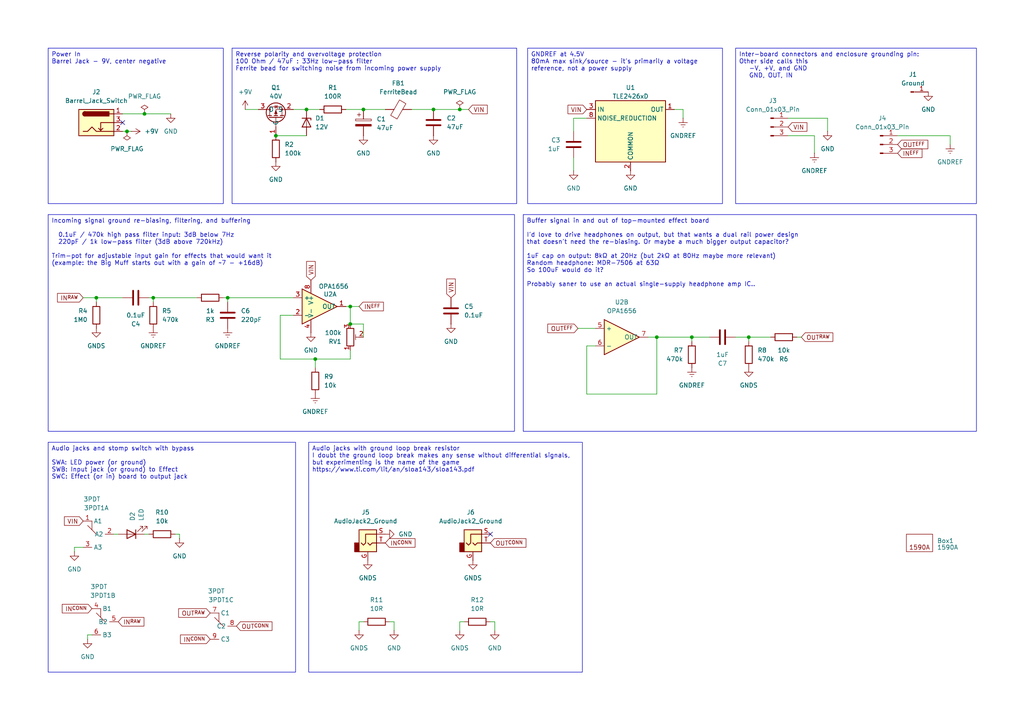
<source format=kicad_sch>
(kicad_sch (version 20231120) (generator "eeschema") (generator_version "8.0")
  (paper "A4")
  (title_block (title "Base board rail splitting 9V power") (date "2025-03-18") (rev "v2.0"))
  (lib_symbols
    (symbol "Connector:Barrel_Jack_Switch" (pin_names hide)
      (property "Reference" "J" (at 0 5.334 0))
      (property "Value" "Barrel_Jack_Switch" (at 0 -5.08 0))
      (symbol "Barrel_Jack_Switch_0_1"
        (rectangle (start -5.08 3.81) (end 5.08 -3.81) (stroke (width 0.254)) (fill (type background)))
        (arc (start -3.302 3.175) (mid -3.9343 2.54) (end -3.302 1.905) (stroke (width 0.254)))
        (arc (start -3.302 3.175) (mid -3.9343 2.54) (end -3.302 1.905) (stroke (width 0.254)) (fill (type outline)))
        (polyline (pts (xy 1.27 -2.286) (xy 1.905 -1.651)) (stroke (width 0.254)))
        (polyline (pts (xy 5.08 2.54) (xy 3.81 2.54)) (stroke (width 0.254)))
        (polyline (pts (xy 5.08 0) (xy 1.27 0) (xy 1.27 -2.286) (xy 0.635 -1.651)) (stroke (width 0.254)))
        (polyline (pts (xy -3.81 -2.54) (xy -2.54 -2.54) (xy -1.27 -1.27) (xy 0 -2.54) (xy 2.54 -2.54) (xy 5.08 -2.54)) (stroke (width 0.254)))
        (rectangle (start 3.683 3.175) (end -3.302 1.905) (stroke (width 0.254)) (fill (type outline)))
      )
      (symbol "Barrel_Jack_Switch_1_1"
        (pin passive line (at 7.62 2.54 180) (length 2.54) (name "~") (number "1"))
        (pin passive line (at 7.62 -2.54 180) (length 2.54) (name "~") (number "2"))
        (pin passive line (at 7.62 0 180) (length 2.54) (name "~") (number "3"))
      )
    )
    (symbol "Connector:Conn_01x01_Pin" (pin_names (offset 1.016) hide)
      (property "Reference" "J" (at 0 2.54 0))
      (property "Value" "Conn_01x01_Pin" (at 0 -2.54 0))
      (symbol "Conn_01x01_Pin_1_1"
        (polyline (pts (xy 1.27 0) (xy 0.8636 0)) (stroke (width 0.1524)))
        (rectangle (start 0.8636 0.127) (end 0 -0.127) (stroke (width 0.1524)) (fill (type outline)))
        (pin passive line (at 5.08 0 180) (length 3.81) (name "Pin_1") (number "1"))
      )
    )
    (symbol "Connector:Conn_01x03_Pin" (pin_names (offset 1.016) hide)
      (property "Reference" "J" (at 0 5.08 0))
      (property "Value" "Conn_01x03_Pin" (at 0 -5.08 0))
      (symbol "Conn_01x03_Pin_1_1"
        (polyline (pts (xy 1.27 -2.54) (xy 0.8636 -2.54)) (stroke (width 0.1524)))
        (polyline (pts (xy 1.27 0) (xy 0.8636 0)) (stroke (width 0.1524)))
        (polyline (pts (xy 1.27 2.54) (xy 0.8636 2.54)) (stroke (width 0.1524)))
        (rectangle (start 0.8636 -2.413) (end 0 -2.667) (stroke (width 0.1524)) (fill (type outline)))
        (rectangle (start 0.8636 0.127) (end 0 -0.127) (stroke (width 0.1524)) (fill (type outline)))
        (rectangle (start 0.8636 2.667) (end 0 2.413) (stroke (width 0.1524)) (fill (type outline)))
        (pin passive line (at 5.08 2.54 180) (length 3.81) (name "Pin_1") (number "1"))
        (pin passive line (at 5.08 0 180) (length 3.81) (name "Pin_2") (number "2"))
        (pin passive line (at 5.08 -2.54 180) (length 3.81) (name "Pin_3") (number "3"))
      )
    )
    (symbol "Connector_Audio:AudioJack2_Ground"
      (property "Reference" "J" (at 0 8.89 0))
      (property "Value" "AudioJack2_Ground" (at 0 6.35 0))
      (symbol "AudioJack2_Ground_0_1"
        (rectangle (start -2.54 -2.54) (end -3.81 0) (stroke (width 0.254)) (fill (type outline)))
        (polyline (pts (xy 0 0) (xy 0.635 -0.635) (xy 1.27 0) (xy 2.54 0)) (stroke (width 0.254)))
        (polyline (pts (xy 2.54 2.54) (xy -0.635 2.54) (xy -0.635 0) (xy -1.27 -0.635) (xy -1.905 0)) (stroke (width 0.254)))
        (rectangle (start 2.54 3.81) (end -2.54 -2.54) (stroke (width 0.254)) (fill (type background)))
      )
      (symbol "AudioJack2_Ground_1_1"
        (pin passive line (at 0 -5.08 90) (length 2.54) (name "~") (number "G"))
        (pin passive line (at 5.08 2.54 180) (length 2.54) (name "~") (number "S"))
        (pin passive line (at 5.08 0 180) (length 2.54) (name "~") (number "T"))
      )
    )
    (symbol "Device:C" (pin_numbers hide) (pin_names (offset 0.254))
      (property "Reference" "C" (at 0.635 2.54 0))
      (property "Value" "C" (at 0.635 -2.54 0))
      (symbol "C_0_1"
        (polyline (pts (xy -2.032 -0.762) (xy 2.032 -0.762)) (stroke (width 0.508)))
        (polyline (pts (xy -2.032 0.762) (xy 2.032 0.762)) (stroke (width 0.508)))
      )
      (symbol "C_1_1"
        (pin passive line (at 0 3.81 270) (length 2.794) (name "~") (number "1"))
        (pin passive line (at 0 -3.81 90) (length 2.794) (name "~") (number "2"))
      )
    )
    (symbol "Device:C_Polarized" (pin_numbers hide) (pin_names (offset 0.254))
      (property "Reference" "C" (at 0.635 2.54 0))
      (property "Value" "C_Polarized" (at 0.635 -2.54 0))
      (symbol "C_Polarized_0_1"
        (rectangle (start -2.286 0.508) (end 2.286 1.016))
        (polyline (pts (xy -1.778 2.286) (xy -0.762 2.286)))
        (polyline (pts (xy -1.27 2.794) (xy -1.27 1.778)))
        (rectangle (start 2.286 -0.508) (end -2.286 -1.016) (fill (type outline)))
      )
      (symbol "C_Polarized_1_1"
        (pin passive line (at 0 3.81 270) (length 2.794) (name "~") (number "1"))
        (pin passive line (at 0 -3.81 90) (length 2.794) (name "~") (number "2"))
      )
    )
    (symbol "Device:D_Zener" (pin_numbers hide) (pin_names (offset 1.016) hide)
      (property "Reference" "D" (at 0 2.54 0))
      (property "Value" "D_Zener" (at 0 -2.54 0))
      (symbol "D_Zener_0_1"
        (polyline (pts (xy 1.27 0) (xy -1.27 0)))
        (polyline (pts (xy -1.27 -1.27) (xy -1.27 1.27) (xy -0.762 1.27)) (stroke (width 0.254)))
        (polyline (pts (xy 1.27 -1.27) (xy 1.27 1.27) (xy -1.27 0) (xy 1.27 -1.27)) (stroke (width 0.254)))
      )
      (symbol "D_Zener_1_1"
        (pin passive line (at -3.81 0 0) (length 2.54) (name "K") (number "1"))
        (pin passive line (at 3.81 0 180) (length 2.54) (name "A") (number "2"))
      )
    )
    (symbol "Device:FerriteBead" (pin_numbers hide) (pin_names (offset 0))
      (property "Reference" "FB" (at -3.81 0.635 90))
      (property "Value" "FerriteBead" (at 3.81 0 90))
      (symbol "FerriteBead_0_1"
        (polyline (pts (xy 0 -1.27) (xy 0 -1.2192)))
        (polyline (pts (xy 0 1.27) (xy 0 1.2954)))
        (polyline (pts (xy -2.7686 0.4064) (xy -1.7018 2.2606) (xy 2.7686 -0.3048) (xy 1.6764 -2.159) (xy -2.7686 0.4064)))
      )
      (symbol "FerriteBead_1_1"
        (pin passive line (at 0 3.81 270) (length 2.54) (name "~") (number "1"))
        (pin passive line (at 0 -3.81 90) (length 2.54) (name "~") (number "2"))
      )
    )
    (symbol "Device:LED" (pin_numbers hide) (pin_names (offset 1.016) hide)
      (property "Reference" "D" (at 0 2.54 0))
      (property "Value" "LED" (at 0 -2.54 0))
      (symbol "LED_0_1"
        (polyline (pts (xy -1.27 -1.27) (xy -1.27 1.27)) (stroke (width 0.254)))
        (polyline (pts (xy -1.27 0) (xy 1.27 0)))
        (polyline (pts (xy 1.27 -1.27) (xy 1.27 1.27) (xy -1.27 0) (xy 1.27 -1.27)) (stroke (width 0.254)))
        (polyline (pts (xy -3.048 -0.762) (xy -4.572 -2.286) (xy -3.81 -2.286) (xy -4.572 -2.286) (xy -4.572 -1.524)))
        (polyline (pts (xy -1.778 -0.762) (xy -3.302 -2.286) (xy -2.54 -2.286) (xy -3.302 -2.286) (xy -3.302 -1.524)))
      )
      (symbol "LED_1_1"
        (pin passive line (at -3.81 0 0) (length 2.54) (name "K") (number "1"))
        (pin passive line (at 3.81 0 180) (length 2.54) (name "A") (number "2"))
      )
    )
    (symbol "Device:R" (pin_numbers hide) (pin_names (offset 0))
      (property "Reference" "R" (at 2.032 0 90))
      (property "Value" "R" (at 0 0 90))
      (symbol "R_0_1"
        (rectangle (start -1.016 -2.54) (end 1.016 2.54) (stroke (width 0.254)))
      )
      (symbol "R_1_1"
        (pin passive line (at 0 3.81 270) (length 1.27) (name "~") (number "1"))
        (pin passive line (at 0 -3.81 90) (length 1.27) (name "~") (number "2"))
      )
    )
    (symbol "Device:R_Potentiometer_Trim" (pin_names (offset 1.016) hide)
      (property "Reference" "RV" (at -4.445 0 90))
      (property "Value" "R_Potentiometer_Trim" (at -2.54 0 90))
      (symbol "R_Potentiometer_Trim_0_1"
        (polyline (pts (xy 1.524 0.762) (xy 1.524 -0.762)))
        (polyline (pts (xy 2.54 0) (xy 1.524 0)))
        (rectangle (start 1.016 2.54) (end -1.016 -2.54) (stroke (width 0.254)))
      )
      (symbol "R_Potentiometer_Trim_1_1"
        (pin passive line (at 0 3.81 270) (length 1.27) (name "1") (number "1"))
        (pin passive line (at 3.81 0 180) (length 1.27) (name "2") (number "2"))
        (pin passive line (at 0 -3.81 90) (length 1.27) (name "3") (number "3"))
      )
    )
    (symbol "Mylib:3PDT"
      (property "Reference" "3PDT" (at 0 0 0))
      (symbol "3PDT_0_1"
        (polyline (pts (xy 0 -3.81) (xy 0 -6.35)))
        (polyline (pts (xy 1.27 -7.62) (xy -1.27 -5.08)))
      )
      (symbol "3PDT_1_1"
        (pin passive line (at -2.54 -3.81 0) (length 2.54) (name "A1") (number "1"))
        (pin passive line (at 6.35 -7.62 180) (length 2.54) (name "A2") (number "2"))
        (pin passive line (at -2.54 -11.43 0) (length 2.54) (name "A3") (number "3"))
      )
      (symbol "3PDT_2_1"
        (pin passive line (at -2.54 -3.81 0) (length 2.54) (name "B1") (number "4"))
        (pin passive line (at 5.08 -7.62 180) (length 2.54) (name "B2") (number "5"))
        (pin passive line (at -2.54 -11.43 0) (length 2.54) (name "B3") (number "6"))
      )
      (symbol "3PDT_3_1"
        (pin passive line (at -2.54 -3.81 0) (length 2.54) (name "C1") (number "7"))
        (pin passive line (at 5.08 -7.62 180) (length 2.54) (name "C2") (number "8"))
        (pin passive line (at -2.54 -11.43 0) (length 2.54) (name "C3") (number "9"))
      )
    )
    (symbol "Mylib:Enclosure_1590A"
      (property "Reference" "Box" (at 0 0 0))
      (symbol "Enclosure_1590A_0_1"
        (rectangle (start -3.81 1.27) (end 3.81 -3.81))
      )
      (symbol "Enclosure_1590A_1_1"
        (text "1590A" (at 0 -2.54 0) (effects (font (size 1.27 1.27))))
      )
    )
    (symbol "Mylib:OPA1656"
      (property "Reference" "U" (at 8.89 5.08 0))
      (property "Value" "OPA1656" (at 2.54 11.43 0))
      (symbol "OPA1656_0_1"
        (polyline (pts (xy -2.54 5.08) (xy 7.62 0) (xy -2.54 -5.08) (xy -2.54 5.08)) (stroke (width 0.254)) (fill (type background)))
      )
      (symbol "OPA1656_1_1"
        (pin output line (at 10.16 0 180) (length 2.54) (name "OUT") (number "1"))
        (pin input line (at -5.08 -2.54 0) (length 2.54) (name "-") (number "2"))
        (pin input line (at -5.08 2.54 0) (length 2.54) (name "+") (number "3"))
        (pin power_in line (at 0 -7.62 90) (length 3.81) (name "V-") (number "4"))
        (pin power_in line (at 0 7.62 270) (length 3.81) (name "V+") (number "8"))
      )
      (symbol "OPA1656_2_1"
        (pin input line (at -5.08 2.54 0) (length 2.54) (name "+") (number "5"))
        (pin input line (at -5.08 -2.54 0) (length 2.54) (name "-") (number "6"))
        (pin output line (at 10.16 0 180) (length 2.54) (name "OUT") (number "7"))
      )
    )
    (symbol "Mylib:PMV250EPEAR"
      (property "Reference" "Q" (at 0 4.572 0))
      (property "Value" "40V" (at 0 0 0))
      (symbol "PMV250EPEAR_0_1"
        (circle (center -1.778 0) (radius 0.254) (fill (type outline)))
        (circle (center 0 -0.889) (radius 2.794) (stroke (width 0.254)))
        (polyline (pts (xy -2.54 0) (xy -1.778 0)))
        (polyline (pts (xy -2.286 -1.778) (xy -1.27 -1.778)) (stroke (width 0.254)))
        (polyline (pts (xy -1.905 -2.286) (xy 1.905 -2.286)) (stroke (width 0.254)))
        (polyline (pts (xy -0.508 -1.778) (xy 0.508 -1.778)) (stroke (width 0.254)))
        (polyline (pts (xy 0 -2.286) (xy 0 -5.08)))
        (polyline (pts (xy 1.27 -1.778) (xy 2.286 -1.778)) (stroke (width 0.254)))
        (polyline (pts (xy 2.54 0) (xy 0 0) (xy 0 -1.778)))
        (polyline (pts (xy -1.778 -1.778) (xy -1.778 0.762) (xy 1.778 0.762) (xy 1.778 -1.778)))
        (polyline (pts (xy 0 -0.254) (xy -0.381 -1.27) (xy 0.381 -1.27) (xy 0 -0.254)) (fill (type outline)))
        (polyline (pts (xy 0.381 0.762) (xy -0.254 0.381) (xy -0.254 1.143) (xy 0.381 0.762)))
        (polyline (pts (xy 0.508 0.254) (xy 0.381 0.381) (xy 0.381 1.143) (xy 0.254 1.27)))
        (circle (center 1.778 0) (radius 0.254) (fill (type outline)))
      )
      (symbol "PMV250EPEAR_1_1"
        (pin input line (at 0 -7.62 90) (length 2.54) (name "G") (number "1"))
        (pin passive line (at 5.08 0 180) (length 2.54) (name "S") (number "2"))
        (pin passive line (at -5.08 0 0) (length 2.54) (name "D") (number "3"))
      )
    )
    (symbol "Reference_Voltage:TLE2426xD"
      (property "Reference" "U" (at -10.414 8.89 0))
      (property "Value" "TLE2426xD" (at 10.16 8.89 0))
      (symbol "TLE2426xD_0_1"
        (rectangle (start -10.16 7.62) (end 10.16 -10.16) (stroke (width 0.254)) (fill (type background)))
      )
      (symbol "TLE2426xD_1_1"
        (pin power_out line (at 12.7 5.08 180) (length 2.54) (name "OUT") (number "1"))
        (pin power_in line (at 0 -12.7 90) (length 2.54) (name "COMMON") (number "2"))
        (pin power_in line (at -12.7 5.08 0) (length 2.54) (name "IN") (number "3"))
        (pin no_connect line (at -10.16 0 0) (length 2.54) hide (name "NC") (number "4"))
        (pin no_connect line (at -10.16 -2.54 0) (length 2.54) hide (name "NC") (number "5"))
        (pin no_connect line (at 10.16 0 180) (length 2.54) hide (name "NC") (number "6"))
        (pin no_connect line (at 10.16 -2.54 180) (length 2.54) hide (name "NC") (number "7"))
        (pin passive line (at -12.7 2.54 0) (length 2.54) (name "NOISE_REDUCTION") (number "8"))
      )
    )
    (symbol "power:+9V" (power) (pin_numbers hide) (pin_names (offset 0) hide)
      (property "Value" "+9V" (at 0 3.556 0))
      (symbol "+9V_0_1"
        (polyline (pts (xy -0.762 1.27) (xy 0 2.54)))
        (polyline (pts (xy 0 0) (xy 0 2.54)))
        (polyline (pts (xy 0 2.54) (xy 0.762 1.27)))
      )
      (symbol "+9V_1_1"
        (pin power_in line (at 0 0 90) (length 0) (name "~") (number "1"))
      )
    )
    (symbol "power:GND" (power) (pin_numbers hide) (pin_names (offset 0) hide)
      (property "Value" "GND" (at 0 -3.81 0))
      (symbol "GND_0_1"
        (polyline (pts (xy 0 0) (xy 0 -1.27) (xy 1.27 -1.27) (xy 0 -2.54) (xy -1.27 -1.27) (xy 0 -1.27)))
      )
      (symbol "GND_1_1"
        (pin power_in line (at 0 0 270) (length 0) (name "~") (number "1"))
      )
    )
    (symbol "power:GNDREF" (power) (pin_numbers hide) (pin_names (offset 0) hide)
      (property "Value" "GNDREF" (at 0 -3.81 0))
      (symbol "GNDREF_0_1"
        (polyline (pts (xy -0.635 -1.905) (xy 0.635 -1.905)))
        (polyline (pts (xy -0.127 -2.54) (xy 0.127 -2.54)))
        (polyline (pts (xy 0 -1.27) (xy 0 0)))
        (polyline (pts (xy 1.27 -1.27) (xy -1.27 -1.27)))
      )
      (symbol "GNDREF_1_1"
        (pin power_in line (at 0 0 270) (length 0) (name "~") (number "1"))
      )
    )
    (symbol "power:GNDS" (power) (pin_numbers hide) (pin_names (offset 0) hide)
      (property "Value" "GNDS" (at 0 -3.81 0))
      (symbol "GNDS_0_1"
        (polyline (pts (xy 0 0) (xy 0 -1.27) (xy 1.27 -1.27) (xy 0 -2.54) (xy -1.27 -1.27) (xy 0 -1.27)))
      )
      (symbol "GNDS_1_1"
        (pin power_in line (at 0 0 270) (length 0) (name "~") (number "1"))
      )
    )
    (symbol "power:PWR_FLAG" (power) (pin_numbers hide) (pin_names (offset 0) hide)
      (property "Value" "PWR_FLAG" (at 0 3.81 0))
      (symbol "PWR_FLAG_0_0"
        (pin power_out line (at 0 0 90) (length 0) (name "~") (number "1"))
      )
      (symbol "PWR_FLAG_0_1"
        (polyline (pts (xy 0 0) (xy 0 1.27) (xy -1.016 1.905) (xy 0 2.54) (xy 1.016 1.905) (xy 0 1.27)))
      )
    )
  )
  (junction (at 101.6 93.98))
  (junction (at 125.73 31.75))
  (junction (at 27.94 86.36))
  (junction (at 36.83 38.1))
  (junction (at 200.66 97.79))
  (junction (at 133.35 31.75))
  (junction (at 80.01 39.37))
  (junction (at 88.9 31.75))
  (junction (at 101.6 88.9))
  (junction (at 66.04 86.36))
  (junction (at 105.41 31.75))
  (junction (at 44.45 86.36))
  (junction (at 91.44 104.14))
  (junction (at 41.91 33.02))
  (junction (at 190.5 97.79))
  (junction (at 217.17 97.79))
  (no_connect (at 142.24 154.94))
  (no_connect (at 35.56 35.56))
  (wire (pts (xy 101.6 88.9) (xy 101.6 93.98)))
  (wire (pts (xy 24.13 158.75) (xy 21.59 158.75)))
  (wire (pts (xy 52.07 154.94) (xy 50.8 154.94)))
  (wire (pts (xy 100.33 31.75) (xy 105.41 31.75)))
  (wire (pts (xy 170.18 100.33) (xy 172.72 100.33)))
  (wire (pts (xy 105.41 97.79) (xy 105.41 93.98)))
  (wire (pts (xy 240.03 34.29) (xy 240.03 38.1)))
  (wire (pts (xy 190.5 114.3) (xy 190.5 97.79)))
  (wire (pts (xy 113.03 180.34) (xy 114.3 180.34)))
  (wire (pts (xy 200.66 97.79) (xy 205.74 97.79)))
  (wire (pts (xy 105.41 180.34) (xy 104.14 180.34)))
  (wire (pts (xy 134.62 180.34) (xy 133.35 180.34)))
  (wire (pts (xy 190.5 97.79) (xy 200.66 97.79)))
  (wire (pts (xy 101.6 101.6) (xy 101.6 104.14)))
  (wire (pts (xy 52.07 154.94) (xy 52.07 156.21)))
  (wire (pts (xy 100.33 88.9) (xy 101.6 88.9)))
  (wire (pts (xy 187.96 97.79) (xy 190.5 97.79)))
  (wire (pts (xy 80.01 39.37) (xy 88.9 39.37)))
  (wire (pts (xy 91.44 104.14) (xy 101.6 104.14)))
  (wire (pts (xy 133.35 31.75) (xy 135.89 31.75)))
  (wire (pts (xy 66.04 87.63) (xy 66.04 86.36)))
  (wire (pts (xy 275.59 39.37) (xy 275.59 41.91)))
  (wire (pts (xy 71.12 31.75) (xy 74.93 31.75)))
  (wire (pts (xy 170.18 34.29) (xy 166.37 34.29)))
  (wire (pts (xy 34.29 154.94) (xy 33.02 154.94)))
  (wire (pts (xy 85.09 31.75) (xy 88.9 31.75)))
  (wire (pts (xy 44.45 86.36) (xy 44.45 87.63)))
  (wire (pts (xy 21.59 158.75) (xy 21.59 160.02)))
  (wire (pts (xy 24.13 86.36) (xy 27.94 86.36)))
  (wire (pts (xy 170.18 100.33) (xy 170.18 114.3)))
  (wire (pts (xy 27.94 86.36) (xy 35.56 86.36)))
  (wire (pts (xy 133.35 31.75) (xy 125.73 31.75)))
  (wire (pts (xy 198.12 31.75) (xy 198.12 34.29)))
  (wire (pts (xy 105.41 31.75) (xy 111.76 31.75)))
  (wire (pts (xy 166.37 45.72) (xy 166.37 49.53)))
  (wire (pts (xy 104.14 180.34) (xy 104.14 182.88)))
  (wire (pts (xy 36.83 38.1) (xy 35.56 38.1)))
  (wire (pts (xy 119.38 31.75) (xy 125.73 31.75)))
  (wire (pts (xy 133.35 180.34) (xy 133.35 182.88)))
  (wire (pts (xy 236.22 39.37) (xy 236.22 44.45)))
  (wire (pts (xy 114.3 180.34) (xy 114.3 182.88)))
  (wire (pts (xy 88.9 31.75) (xy 92.71 31.75)))
  (wire (pts (xy 25.4 184.15) (xy 25.4 185.42)))
  (wire (pts (xy 101.6 88.9) (xy 104.14 88.9)))
  (wire (pts (xy 41.91 33.02) (xy 49.53 33.02)))
  (wire (pts (xy 43.18 154.94) (xy 41.91 154.94)))
  (wire (pts (xy 260.35 39.37) (xy 275.59 39.37)))
  (wire (pts (xy 64.77 86.36) (xy 66.04 86.36)))
  (wire (pts (xy 105.41 93.98) (xy 101.6 93.98)))
  (wire (pts (xy 27.94 86.36) (xy 27.94 87.63)))
  (wire (pts (xy 81.28 104.14) (xy 81.28 91.44)))
  (wire (pts (xy 228.6 39.37) (xy 236.22 39.37)))
  (wire (pts (xy 81.28 104.14) (xy 91.44 104.14)))
  (wire (pts (xy 44.45 86.36) (xy 57.15 86.36)))
  (wire (pts (xy 142.24 180.34) (xy 143.51 180.34)))
  (wire (pts (xy 223.52 97.79) (xy 217.17 97.79)))
  (wire (pts (xy 170.18 114.3) (xy 190.5 114.3)))
  (wire (pts (xy 167.64 95.25) (xy 172.72 95.25)))
  (wire (pts (xy 43.18 86.36) (xy 44.45 86.36)))
  (wire (pts (xy 143.51 180.34) (xy 143.51 182.88)))
  (wire (pts (xy 217.17 97.79) (xy 217.17 99.06)))
  (wire (pts (xy 26.67 184.15) (xy 25.4 184.15)))
  (wire (pts (xy 35.56 33.02) (xy 41.91 33.02)))
  (wire (pts (xy 217.17 97.79) (xy 213.36 97.79)))
  (wire (pts (xy 81.28 91.44) (xy 85.09 91.44)))
  (wire (pts (xy 200.66 97.79) (xy 200.66 99.06)))
  (wire (pts (xy 228.6 34.29) (xy 240.03 34.29)))
  (wire (pts (xy 195.58 31.75) (xy 198.12 31.75)))
  (wire (pts (xy 38.1 38.1) (xy 36.83 38.1)))
  (wire (pts (xy 166.37 34.29) (xy 166.37 38.1)))
  (wire (pts (xy 91.44 104.14) (xy 91.44 106.68)))
  (wire (pts (xy 232.41 97.79) (xy 231.14 97.79)))
  (wire (pts (xy 66.04 86.36) (xy 85.09 86.36)))
  (text_box "Incoming signal ground re-biasing, filtering, and buffering\n\n  0.1uF / 470k high pass filter input: 3dB below 7Hz\n  220pF / 1k low-pass filter (3dB above 720kHz)\n\nTrim-pot for adjustable input gain for effects that would want it\n(example: the Big Muff starts out with a gain of ~7 - +16dB)\n\n" (at 13.97 62.23 0) (size 135.255 62.865) (effects (font (size 1.27 1.27)) (justify left top)))
  (text_box "Power In\nBarrel Jack - 9V, center negative" (at 13.97 13.97 0) (size 50.8 45.085) (effects (font (size 1.27 1.27)) (justify left top)))
  (text_box "Inter-board connectors and enclosure grounding pin:\nOther side calls this\n   -V, +V, and GND\n   GND, OUT, IN" (at 213.36 13.97 0) (size 69.85 45.085) (effects (font (size 1.27 1.27)) (justify left top)))
  (text_box "Buffer signal in and out of top-mounted effect board\n\nI'd love to drive headphones on output, but that wants a dual rail power design\nthat doesn't need the re-biasing. Or maybe a much bigger output capacitor?\n\n1uF cap on output: 8kΩ at 20Hz (but 2kΩ at 80Hz maybe more relevant)\nRandom headphone: MDR-7506 at 63Ω\nSo 100uF would do it?\n\nProbably saner to use an actual single-supply headphone amp IC.." (at 151.765 62.23 0) (size 131.445 62.865) (effects (font (size 1.27 1.27)) (justify left top)))
  (text_box "GNDREF at 4.5V\n80mA max sink/source - it's primarily a voltage reference, not a power supply" (at 153.035 13.97 0) (size 56.515 45.085) (effects (font (size 1.27 1.27)) (justify left top)))
  (text_box "Audio jacks and stomp switch with bypass\n\nSWA: LED power (or ground)\nSWB: Input jack (or ground) to Effect\nSWC: Effect (or in) board to output jack" (at 13.97 128.27 0) (size 71.755 66.675) (effects (font (size 1.27 1.27)) (justify left top)))
  (text_box "Reverse polarity and overvoltage protection\n100 Ohm / 47uF : 33Hz low-pass filter\nFerrite bead for switching noise from incoming power supply" (at 67.31 13.97 0) (size 82.55 45.085) (effects (font (size 1.27 1.27)) (justify left top)))
  (text_box "Audio jacks with ground loop break resistor\nI doubt the ground loop break makes any sense without differential signals,\nbut experimenting is the name of the game \nhttps://www.ti.com/lit/an/sloa143/sloa143.pdf" (at 89.535 128.27 0) (size 79.375 66.675) (effects (font (size 1.27 1.27)) (justify left top)))
  (global_label "IN^{EFF}" (shape input) (at 104.14 88.9 0) (property "Intersheetrefs" "${INTERSHEET_REFS}" (effects (hide yes))))
  (global_label "IN^{CONN}" (shape input) (at 60.96 185.42 180) (property "Intersheetrefs" "${INTERSHEET_REFS}" (effects (hide yes))))
  (global_label "OUT^{RAW}" (shape input) (at 232.41 97.79 0) (property "Intersheetrefs" "${INTERSHEET_REFS}" (effects (hide yes))))
  (global_label "OUT^{CONN}" (shape input) (at 142.24 157.48 0) (property "Intersheetrefs" "${INTERSHEET_REFS}" (effects (hide yes))))
  (global_label "OUT^{RAW}" (shape input) (at 60.96 177.8 180) (property "Intersheetrefs" "${INTERSHEET_REFS}" (effects (hide yes))))
  (global_label "VIN" (shape input) (at 24.13 151.13 180) (property "Intersheetrefs" "${INTERSHEET_REFS}" (effects (hide yes))))
  (global_label "IN^{EFF}" (shape input) (at 260.35 44.45 0) (property "Intersheetrefs" "${INTERSHEET_REFS}" (effects (hide yes))))
  (global_label "IN^{CONN}" (shape input) (at 111.76 157.48 0) (property "Intersheetrefs" "${INTERSHEET_REFS}" (effects (hide yes))))
  (global_label "VIN" (shape input) (at 130.81 86.36 90) (property "Intersheetrefs" "${INTERSHEET_REFS}" (effects (hide yes))))
  (global_label "VIN" (shape input) (at 170.18 31.75 180) (property "Intersheetrefs" "${INTERSHEET_REFS}" (effects (hide yes))))
  (global_label "OUT^{EFF}" (shape input) (at 260.35 41.91 0) (property "Intersheetrefs" "${INTERSHEET_REFS}" (effects (hide yes))))
  (global_label "IN^{RAW}" (shape input) (at 24.13 86.36 180) (property "Intersheetrefs" "${INTERSHEET_REFS}" (effects (hide yes))))
  (global_label "IN^{RAW}" (shape input) (at 34.29 180.34 0) (property "Intersheetrefs" "${INTERSHEET_REFS}" (effects (hide yes))))
  (global_label "VIN" (shape input) (at 135.89 31.75 0) (property "Intersheetrefs" "${INTERSHEET_REFS}" (effects (hide yes))))
  (global_label "OUT^{EFF}" (shape input) (at 167.64 95.25 180) (property "Intersheetrefs" "${INTERSHEET_REFS}" (effects (hide yes))))
  (global_label "VIN" (shape input) (at 228.6 36.83 0) (property "Intersheetrefs" "${INTERSHEET_REFS}" (effects (hide yes))))
  (global_label "OUT^{CONN}" (shape input) (at 68.58 181.61 0) (property "Intersheetrefs" "${INTERSHEET_REFS}" (effects (hide yes))))
  (global_label "VIN" (shape input) (at 90.17 81.28 90) (property "Intersheetrefs" "${INTERSHEET_REFS}" (effects (hide yes))))
  (global_label "IN^{CONN}" (shape input) (at 26.67 176.53 180) (property "Intersheetrefs" "${INTERSHEET_REFS}" (effects (hide yes))))
  (symbol (lib_id "power:GNDREF") (at 91.44 114.3 0) (unit 1)
    (property "Reference" "#PWR21" (effects (hide yes)))
    (property "Value" "GNDREF" (at 91.44 119.38 0))
    (property "Description" "Power symbol creates a global label with name \"GNDREF\" , reference supply ground" (effects (hide yes)))
  )
  (symbol (lib_id "Device:LED") (at 38.1 154.94 180) (unit 1)
    (property "Reference" "D2" (at 38.4174 151.13 90) (effects (justify right)))
    (property "Value" "LED" (at 40.9574 151.13 90) (effects (justify right)))
    (property "Footprint" "LED_THT:LED_D3.0mm" (effects (hide yes)))
    (property "Description" "Light emitting diode" (effects (hide yes)))
  )
  (symbol (lib_id "power:GNDREF") (at 66.04 95.25 0) (unit 1)
    (property "Reference" "#PWR17" (effects (hide yes)))
    (property "Value" "GNDREF" (at 66.04 100.33 0))
    (property "Description" "Power symbol creates a global label with name \"GNDREF\" , reference supply ground" (effects (hide yes)))
  )
  (symbol (lib_id "Device:FerriteBead") (at 115.57 31.75 90) (unit 1)
    (property "Reference" "FB1" (at 115.5192 24.13 90))
    (property "Value" "FerriteBead" (at 115.5192 26.67 90))
    (property "Footprint" "Inductor_SMD:L_1206_3216Metric_Pad1.22x1.90mm_HandSolder" (effects (hide yes)))
    (property "Description" "Ferrite bead" (effects (hide yes)))
  )
  (symbol (lib_id "power:+9V") (at 71.12 31.75 0) (unit 1)
    (property "Reference" "#PWR2" (effects (hide yes)))
    (property "Value" "+9V" (at 71.12 26.67 0))
    (property "Description" "Power symbol creates a global label with name \"+9V\"" (effects (hide yes)))
  )
  (symbol (lib_id "Connector_Audio:AudioJack2_Ground") (at 106.68 157.48 0) (unit 1)
    (property "Reference" "J5" (at 106.045 148.59 0))
    (property "Value" "AudioJack2_Ground" (at 106.045 151.13 0))
    (property "Footprint" "Mylib:CK-6.35" (effects (hide yes)))
    (property "Description" "Audio Jack, 2 Poles (Mono / TS), Grounded Sleeve" (effects (hide yes)))
  )
  (symbol (lib_id "Device:R_Potentiometer_Trim") (at 101.6 97.79 0) (mirror x) (unit 1)
    (property "Reference" "RV1" (at 99.06 99.0601 0) (effects (justify right)))
    (property "Value" "100k" (at 99.06 96.5201 0) (effects (justify right)))
    (property "Footprint" "Mylib:Bourns_3362S" (effects (hide yes)))
    (property "Description" "Trim-potentiometer" (effects (hide yes)))
  )
  (symbol (lib_id "power:GND") (at 111.76 154.94 90) (unit 1)
    (property "Reference" "#PWR22" (effects (hide yes)))
    (property "Value" "GND" (at 115.57 154.9399 90) (effects (justify right)))
    (property "Description" "Power symbol creates a global label with name \"GND\" , ground" (effects (hide yes)))
  )
  (symbol (lib_id "power:+9V") (at 38.1 38.1 270) (unit 1)
    (property "Reference" "#PWR5" (effects (hide yes)))
    (property "Value" "+9V" (at 41.91 38.0999 90) (effects (justify left)))
    (property "Description" "Power symbol creates a global label with name \"+9V\"" (effects (hide yes)))
  )
  (symbol (lib_id "Device:C") (at 130.81 90.17 0) (unit 1)
    (property "Reference" "C5" (at 134.62 88.8999 0) (effects (justify left)))
    (property "Value" "0.1uF" (at 134.62 91.4399 0) (effects (justify left)))
    (property "Footprint" "Mylib:C_0704_1810Metric" (effects (hide yes)))
    (property "Description" "Unpolarized capacitor" (effects (hide yes)))
  )
  (symbol (lib_id "Connector:Conn_01x03_Pin") (at 255.27 41.91 0) (unit 1)
    (property "Reference" "J4" (at 255.905 34.29 0))
    (property "Value" "Conn_01x03_Pin" (at 255.905 36.83 0))
    (property "Footprint" "Connector_PinHeader_2.54mm:PinHeader_1x03_P2.54mm_Vertical" (effects (hide yes)))
    (property "Description" "Generic connector, single row, 01x03, script generated" (effects (hide yes)))
  )
  (symbol (lib_id "Connector:Conn_01x01_Pin") (at 264.16 26.67 0) (unit 1)
    (property "Reference" "J1" (at 264.795 21.59 0))
    (property "Value" "Ground" (at 264.795 24.13 0))
    (property "Footprint" "Connector_PinHeader_2.54mm:PinHeader_1x01_P2.54mm_Vertical" (effects (hide yes)))
    (property "Description" "Generic connector, single row, 01x01, script generated" (effects (hide yes)))
  )
  (symbol (lib_id "Device:R") (at 96.52 31.75 90) (unit 1)
    (property "Reference" "R1" (at 96.52 25.4 90))
    (property "Value" "100R" (at 96.52 27.94 90))
    (property "Footprint" "Resistor_SMD:R_0805_2012Metric_Pad1.20x1.40mm_HandSolder" (effects (hide yes)))
    (property "Description" "Resistor" (effects (hide yes)))
  )
  (symbol (lib_id "power:PWR_FLAG") (at 41.91 33.02 0) (unit 1)
    (property "Reference" "#FLG2" (effects (hide yes)))
    (property "Value" "PWR_FLAG" (at 41.91 27.94 0))
    (property "Description" "Special symbol for telling ERC where power comes from" (effects (hide yes)))
  )
  (symbol (lib_id "Connector:Barrel_Jack_Switch") (at 27.94 35.56 0) (unit 1)
    (property "Reference" "J2" (at 27.94 26.67 0))
    (property "Value" "Barrel_Jack_Switch" (at 27.94 29.21 0))
    (property "Footprint" "Connector_BarrelJack:BarrelJack_Wuerth_6941xx301002" (effects (hide yes)))
    (property "Description" "DC Barrel Jack with an internal switch" (effects (hide yes)))
  )
  (symbol (lib_id "power:GNDREF") (at 198.12 34.29 0) (unit 1)
    (property "Reference" "#PWR4" (effects (hide yes)))
    (property "Value" "GNDREF" (at 198.12 39.37 0))
    (property "Description" "Power symbol creates a global label with name \"GNDREF\" , reference supply ground" (effects (hide yes)))
  )
  (symbol (lib_id "Device:R") (at 46.99 154.94 90) (unit 1)
    (property "Reference" "R10" (at 46.99 148.59 90))
    (property "Value" "10k" (at 46.99 151.13 90))
    (property "Footprint" "Resistor_SMD:R_0805_2012Metric_Pad1.20x1.40mm_HandSolder" (effects (hide yes)))
    (property "Description" "Resistor" (effects (hide yes)))
  )
  (symbol (lib_id "Device:R") (at 80.01 43.18 0) (unit 1)
    (property "Reference" "R2" (at 82.55 41.9099 0) (effects (justify left)))
    (property "Value" "100k" (at 82.55 44.4499 0) (effects (justify left)))
    (property "Footprint" "Resistor_SMD:R_0805_2012Metric_Pad1.20x1.40mm_HandSolder" (effects (hide yes)))
    (property "Description" "Resistor" (effects (hide yes)))
  )
  (symbol (lib_id "power:PWR_FLAG") (at 133.35 31.75 0) (unit 1)
    (property "Reference" "#FLG1" (effects (hide yes)))
    (property "Value" "PWR_FLAG" (at 133.35 26.67 0))
    (property "Description" "Special symbol for telling ERC where power comes from" (effects (hide yes)))
  )
  (symbol (lib_id "Device:R") (at 91.44 110.49 0) (unit 1)
    (property "Reference" "R9" (at 93.98 109.2199 0) (effects (justify left)))
    (property "Value" "10k" (at 93.98 111.7599 0) (effects (justify left)))
    (property "Footprint" "Resistor_SMD:R_0805_2012Metric_Pad1.20x1.40mm_HandSolder" (effects (hide yes)))
    (property "Description" "Resistor" (effects (hide yes)))
  )
  (symbol (lib_id "Mylib:OPA1656") (at 177.8 97.79 0) (unit 2)
    (property "Reference" "U2" (at 180.34 87.63 0))
    (property "Value" "OPA1656" (at 180.34 90.17 0))
    (property "Footprint" "Package_SO:SOIC-8_3.9x4.9mm_P1.27mm" (effects (hide yes)))
    (property "Datasheet" "https://ti.com/lit/ds/symlink/opa1655.pdf" (effects (hide yes)))
    (property "Description" "Dual audio op-amp" (effects (hide yes)))
  )
  (symbol (lib_id "Device:C") (at 209.55 97.79 270) (unit 1)
    (property "Reference" "C7" (at 209.55 105.41 90))
    (property "Value" "1uF" (at 209.55 102.87 90))
    (property "Footprint" "Capacitor_SMD:C_1206_3216Metric_Pad1.33x1.80mm_HandSolder" (effects (hide yes)))
    (property "Description" "Unpolarized capacitor" (effects (hide yes)))
  )
  (symbol (lib_id "Device:R") (at 60.96 86.36 90) (mirror x) (unit 1)
    (property "Reference" "R3" (at 60.96 92.71 90))
    (property "Value" "1k" (at 60.96 90.17 90))
    (property "Footprint" "Resistor_SMD:R_0805_2012Metric_Pad1.20x1.40mm_HandSolder" (effects (hide yes)))
    (property "Description" "Resistor" (effects (hide yes)))
  )
  (symbol (lib_id "power:GND") (at 52.07 156.21 0) (unit 1)
    (property "Reference" "#PWR23" (effects (hide yes)))
    (property "Value" "GND" (at 52.07 161.29 0))
    (property "Description" "Power symbol creates a global label with name \"GND\" , ground" (effects (hide yes)))
  )
  (symbol (lib_id "Device:R") (at 109.22 180.34 270) (unit 1)
    (property "Reference" "R11" (at 109.22 173.99 90))
    (property "Value" "10R" (at 109.22 176.53 90))
    (property "Footprint" "Resistor_SMD:R_0805_2012Metric_Pad1.20x1.40mm_HandSolder" (effects (hide yes)))
    (property "Description" "Resistor" (effects (hide yes)))
  )
  (symbol (lib_id "Device:C") (at 39.37 86.36 90) (mirror x) (unit 1)
    (property "Reference" "C4" (at 39.37 93.98 90))
    (property "Value" "0.1uF" (at 39.37 91.44 90))
    (property "Footprint" "Mylib:C_0704_1810Metric" (effects (hide yes)))
    (property "Description" "Unpolarized capacitor" (effects (hide yes)))
  )
  (symbol (lib_id "power:GNDS") (at 137.16 162.56 0) (unit 1)
    (property "Reference" "#PWR26" (effects (hide yes)))
    (property "Value" "GNDS" (at 137.16 167.64 0))
    (property "Description" "Power symbol creates a global label with name \"GNDS\" , signal ground" (effects (hide yes)))
  )
  (symbol (lib_id "power:GNDS") (at 217.17 106.68 0) (unit 1)
    (property "Reference" "#PWR20" (effects (hide yes)))
    (property "Value" "GNDS" (at 217.17 111.76 0))
    (property "Description" "Power symbol creates a global label with name \"GNDS\" , signal ground" (effects (hide yes)))
  )
  (symbol (lib_id "power:GND") (at 80.01 46.99 0) (unit 1)
    (property "Reference" "#PWR11" (effects (hide yes)))
    (property "Value" "GND" (at 80.01 52.07 0))
    (property "Description" "Power symbol creates a global label with name \"GND\" , ground" (effects (hide yes)))
  )
  (symbol (lib_id "Device:C") (at 66.04 91.44 0) (unit 1)
    (property "Reference" "C6" (at 69.85 90.1699 0) (effects (justify left)))
    (property "Value" "220pF" (at 69.85 92.7099 0) (effects (justify left)))
    (property "Footprint" "Capacitor_SMD:C_0805_2012Metric_Pad1.18x1.45mm_HandSolder" (effects (hide yes)))
    (property "Description" "Unpolarized capacitor" (effects (hide yes)))
  )
  (symbol (lib_id "power:GND") (at 114.3 182.88 0) (unit 1)
    (property "Reference" "#PWR28" (effects (hide yes)))
    (property "Value" "GND" (at 114.3 187.96 0))
    (property "Description" "Power symbol creates a global label with name \"GND\" , ground" (effects (hide yes)))
  )
  (symbol (lib_id "power:GND") (at 125.73 39.37 0) (unit 1)
    (property "Reference" "#PWR8" (effects (hide yes)))
    (property "Value" "GND" (at 125.73 44.45 0))
    (property "Description" "Power symbol creates a global label with name \"GND\" , ground" (effects (hide yes)))
  )
  (symbol (lib_id "power:GNDREF") (at 44.45 95.25 0) (unit 1)
    (property "Reference" "#PWR16" (effects (hide yes)))
    (property "Value" "GNDREF" (at 44.45 100.33 0))
    (property "Description" "Power symbol creates a global label with name \"GNDREF\" , reference supply ground" (effects (hide yes)))
  )
  (symbol (lib_id "power:GNDS") (at 27.94 95.25 0) (unit 1)
    (property "Reference" "#PWR15" (effects (hide yes)))
    (property "Value" "GNDS" (at 27.94 100.33 0))
    (property "Description" "Power symbol creates a global label with name \"GNDS\" , signal ground" (effects (hide yes)))
  )
  (symbol (lib_id "Mylib:3PDT") (at 29.21 172.72 0) (unit 2)
    (property "Reference" "3PDT1" (at 29.845 172.72 0))
    (property "Value" "3PDT" (at 28.702 170.18 0))
    (property "Footprint" "Mylib:3PDT-Stomp-Switch" (effects (hide yes)))
  )
  (symbol (lib_id "Mylib:OPA1656") (at 90.17 88.9 0) (unit 1)
    (property "Reference" "U2" (at 95.758 85.344 0))
    (property "Value" "OPA1656" (at 96.774 83.058 0))
    (property "Footprint" "Package_SO:SOIC-8_3.9x4.9mm_P1.27mm" (effects (hide yes)))
    (property "Datasheet" "https://ti.com/lit/ds/symlink/opa1655.pdf" (effects (hide yes)))
    (property "Description" "Dual audio op-amp" (effects (hide yes)))
  )
  (symbol (lib_id "Device:R") (at 217.17 102.87 0) (unit 1)
    (property "Reference" "R8" (at 219.71 101.5999 0) (effects (justify left)))
    (property "Value" "470k" (at 219.71 104.1399 0) (effects (justify left)))
    (property "Footprint" "Resistor_SMD:R_0805_2012Metric_Pad1.20x1.40mm_HandSolder" (effects (hide yes)))
    (property "Description" "Resistor" (effects (hide yes)))
  )
  (symbol (lib_id "Device:R") (at 200.66 102.87 0) (mirror y) (unit 1)
    (property "Reference" "R7" (at 198.12 101.5999 0) (effects (justify left)))
    (property "Value" "470k" (at 198.12 104.1399 0) (effects (justify left)))
    (property "Footprint" "Resistor_SMD:R_0805_2012Metric_Pad1.20x1.40mm_HandSolder" (effects (hide yes)))
    (property "Description" "Resistor" (effects (hide yes)))
  )
  (symbol (lib_id "Device:C") (at 166.37 41.91 0) (mirror y) (unit 1)
    (property "Reference" "C3" (at 162.56 40.6399 0) (effects (justify left)))
    (property "Value" "1uF" (at 162.56 43.1799 0) (effects (justify left)))
    (property "Footprint" "Capacitor_SMD:C_1206_3216Metric_Pad1.33x1.80mm_HandSolder" (effects (hide yes)))
    (property "Description" "Unpolarized capacitor" (effects (hide yes)))
  )
  (symbol (lib_id "power:GNDS") (at 133.35 182.88 0) (unit 1)
    (property "Reference" "#PWR29" (effects (hide yes)))
    (property "Value" "GNDS" (at 133.35 187.96 0))
    (property "Description" "Power symbol creates a global label with name \"GNDS\" , signal ground" (effects (hide yes)))
  )
  (symbol (lib_id "Mylib:Enclosure_1590A") (at 266.7 156.21 0) (unit 1)
    (property "Reference" "Box1" (at 271.78 156.8449 0) (effects (justify left)))
    (property "Value" "1590A" (at 271.78 158.75 0) (effects (justify left)))
    (property "Footprint" "Mylib:1590A" (effects (hide yes)))
  )
  (symbol (lib_id "power:GNDS") (at 106.68 162.56 0) (unit 1)
    (property "Reference" "#PWR25" (effects (hide yes)))
    (property "Value" "GNDS" (at 106.68 167.64 0))
    (property "Description" "Power symbol creates a global label with name \"GNDS\" , signal ground" (effects (hide yes)))
  )
  (symbol (lib_id "Device:R") (at 27.94 91.44 0) (mirror y) (unit 1)
    (property "Reference" "R4" (at 25.4 90.1699 0) (effects (justify left)))
    (property "Value" "1M0" (at 25.4 92.7099 0) (effects (justify left)))
    (property "Footprint" "Resistor_SMD:R_0805_2012Metric_Pad1.20x1.40mm_HandSolder" (effects (hide yes)))
    (property "Description" "Resistor" (effects (hide yes)))
  )
  (symbol (lib_id "power:GND") (at 130.81 93.98 0) (unit 1)
    (property "Reference" "#PWR14" (effects (hide yes)))
    (property "Value" "GND" (at 130.81 99.06 0))
    (property "Description" "Power symbol creates a global label with name \"GND\" , ground" (effects (hide yes)))
  )
  (symbol (lib_id "power:GND") (at 143.51 182.88 0) (unit 1)
    (property "Reference" "#PWR30" (effects (hide yes)))
    (property "Value" "GND" (at 143.51 187.96 0))
    (property "Description" "Power symbol creates a global label with name \"GND\" , ground" (effects (hide yes)))
  )
  (symbol (lib_id "Mylib:3PDT") (at 26.67 147.32 0) (unit 1)
    (property "Reference" "3PDT1" (at 27.94 147.32 0))
    (property "Value" "3PDT" (at 26.67 144.78 0))
    (property "Footprint" "Mylib:3PDT-Stomp-Switch" (effects (hide yes)))
  )
  (symbol (lib_id "power:GND") (at 49.53 33.02 0) (unit 1)
    (property "Reference" "#PWR3" (effects (hide yes)))
    (property "Value" "GND" (at 49.53 38.1 0))
    (property "Description" "Power symbol creates a global label with name \"GND\" , ground" (effects (hide yes)))
  )
  (symbol (lib_id "power:GND") (at 21.59 160.02 0) (unit 1)
    (property "Reference" "#PWR24" (effects (hide yes)))
    (property "Value" "GND" (at 21.59 165.1 0))
    (property "Description" "Power symbol creates a global label with name \"GND\" , ground" (effects (hide yes)))
  )
  (symbol (lib_id "Mylib:PMV250EPEAR") (at 80.01 31.75 0) (unit 1)
    (property "Reference" "Q1" (at 80.01 25.4 0))
    (property "Value" "40V" (at 80.01 27.94 0))
    (property "Footprint" "Package_TO_SOT_SMD:SOT-23-3" (effects (hide yes)))
    (property "Datasheet" "https://assets.nexperia.com/documents/data-sheet/PMV250EPEA.pdf" (effects (hide yes)))
    (property "Description" "P-channel enhancement mode FET" (effects (hide yes)))
  )
  (symbol (lib_id "Device:R") (at 227.33 97.79 270) (unit 1)
    (property "Reference" "R6" (at 227.33 104.14 90))
    (property "Value" "10k" (at 227.33 101.6 90))
    (property "Footprint" "Resistor_SMD:R_0805_2012Metric_Pad1.20x1.40mm_HandSolder" (effects (hide yes)))
    (property "Description" "Resistor" (effects (hide yes)))
  )
  (symbol (lib_id "power:GNDREF") (at 275.59 41.91 0) (unit 1)
    (property "Reference" "#PWR9" (effects (hide yes)))
    (property "Value" "GNDREF" (at 275.59 46.99 0))
    (property "Description" "Power symbol creates a global label with name \"GNDREF\" , reference supply ground" (effects (hide yes)))
  )
  (symbol (lib_id "Reference_Voltage:TLE2426xD") (at 182.88 36.83 0) (unit 1)
    (property "Reference" "U1" (at 182.88 25.4 0))
    (property "Value" "TLE2426xD" (at 182.88 27.94 0))
    (property "Footprint" "Package_SO:SOIC-8_3.9x4.9mm_P1.27mm" (effects (hide yes)))
    (property "Datasheet" "http://www.ti.com/lit/ds/symlink/tle2426.pdf" (effects (hide yes)))
    (property "Description" "Precision virtual ground, noise reduction pin, 4V to 40V input, SOIC-8" (effects (hide yes)))
  )
  (symbol (lib_id "power:GNDS") (at 104.14 182.88 0) (unit 1)
    (property "Reference" "#PWR27" (effects (hide yes)))
    (property "Value" "GNDS" (at 104.14 187.96 0))
    (property "Description" "Power symbol creates a global label with name \"GNDS\" , signal ground" (effects (hide yes)))
  )
  (symbol (lib_id "power:PWR_FLAG") (at 36.83 38.1 180) (unit 1)
    (property "Reference" "#FLG3" (effects (hide yes)))
    (property "Value" "PWR_FLAG" (at 36.83 43.18 0))
    (property "Description" "Special symbol for telling ERC where power comes from" (effects (hide yes)))
  )
  (symbol (lib_id "power:GND") (at 90.17 96.52 0) (unit 1)
    (property "Reference" "#PWR18" (effects (hide yes)))
    (property "Value" "GND" (at 90.17 101.6 0))
    (property "Description" "Power symbol creates a global label with name \"GND\" , ground" (effects (hide yes)))
  )
  (symbol (lib_id "Device:C") (at 125.73 35.56 0) (unit 1)
    (property "Reference" "C2" (at 129.54 34.2899 0) (effects (justify left)))
    (property "Value" "47uF" (at 129.54 36.8299 0) (effects (justify left)))
    (property "Footprint" "Capacitor_SMD:C_1206_3216Metric_Pad1.33x1.80mm_HandSolder" (effects (hide yes)))
    (property "Description" "Unpolarized capacitor" (effects (hide yes)))
  )
  (symbol (lib_id "power:GND") (at 240.03 38.1 0) (unit 1)
    (property "Reference" "#PWR6" (effects (hide yes)))
    (property "Value" "GND" (at 240.03 43.18 0))
    (property "Description" "Power symbol creates a global label with name \"GND\" , ground" (effects (hide yes)))
  )
  (symbol (lib_id "power:GND") (at 166.37 49.53 0) (unit 1)
    (property "Reference" "#PWR12" (effects (hide yes)))
    (property "Value" "GND" (at 166.37 54.61 0))
    (property "Description" "Power symbol creates a global label with name \"GND\" , ground" (effects (hide yes)))
  )
  (symbol (lib_id "power:GNDREF") (at 200.66 106.68 0) (mirror y) (unit 1)
    (property "Reference" "#PWR19" (effects (hide yes)))
    (property "Value" "GNDREF" (at 200.66 111.76 0))
    (property "Description" "Power symbol creates a global label with name \"GNDREF\" , reference supply ground" (effects (hide yes)))
  )
  (symbol (lib_id "power:GND") (at 25.4 185.42 0) (unit 1)
    (property "Reference" "#PWR31" (effects (hide yes)))
    (property "Value" "GND" (at 25.4 190.5 0))
    (property "Description" "Power symbol creates a global label with name \"GND\" , ground" (effects (hide yes)))
  )
  (symbol (lib_id "Connector:Conn_01x03_Pin") (at 223.52 36.83 0) (unit 1)
    (property "Reference" "J3" (at 224.155 29.21 0))
    (property "Value" "Conn_01x03_Pin" (at 224.155 31.75 0))
    (property "Footprint" "Connector_PinHeader_2.54mm:PinHeader_1x03_P2.54mm_Vertical" (effects (hide yes)))
    (property "Description" "Generic connector, single row, 01x03, script generated" (effects (hide yes)))
  )
  (symbol (lib_id "Device:C_Polarized") (at 105.41 35.56 0) (unit 1)
    (property "Reference" "C1" (at 109.22 34.544 0) (effects (justify left)))
    (property "Value" "47uF" (at 109.22 37.084 0) (effects (justify left)))
    (property "Footprint" "Capacitor_THT:CP_Radial_D4.0mm_P2.00mm" (effects (hide yes)))
    (property "Description" "Polarized capacitor" (effects (hide yes)))
  )
  (symbol (lib_id "power:GND") (at 269.24 26.67 0) (unit 1)
    (property "Reference" "#PWR1" (effects (hide yes)))
    (property "Value" "GND" (at 269.24 31.75 0))
    (property "Description" "Power symbol creates a global label with name \"GND\" , ground" (effects (hide yes)))
  )
  (symbol (lib_id "Device:R") (at 138.43 180.34 270) (unit 1)
    (property "Reference" "R12" (at 138.43 173.99 90))
    (property "Value" "10R" (at 138.43 176.53 90))
    (property "Footprint" "Resistor_SMD:R_0805_2012Metric_Pad1.20x1.40mm_HandSolder" (effects (hide yes)))
    (property "Description" "Resistor" (effects (hide yes)))
  )
  (symbol (lib_id "power:GNDREF") (at 236.22 44.45 0) (unit 1)
    (property "Reference" "#PWR10" (effects (hide yes)))
    (property "Value" "GNDREF" (at 236.22 49.53 0))
    (property "Description" "Power symbol creates a global label with name \"GNDREF\" , reference supply ground" (effects (hide yes)))
  )
  (symbol (lib_id "Connector_Audio:AudioJack2_Ground") (at 137.16 157.48 0) (unit 1)
    (property "Reference" "J6" (at 136.525 148.59 0))
    (property "Value" "AudioJack2_Ground" (at 136.525 151.13 0))
    (property "Footprint" "Mylib:CK-6.35" (effects (hide yes)))
    (property "Description" "Audio Jack, 2 Poles (Mono / TS), Grounded Sleeve" (effects (hide yes)))
  )
  (symbol (lib_id "Device:R") (at 44.45 91.44 0) (unit 1)
    (property "Reference" "R5" (at 46.99 90.1699 0) (effects (justify left)))
    (property "Value" "470k" (at 46.99 92.7099 0) (effects (justify left)))
    (property "Footprint" "Resistor_SMD:R_0805_2012Metric_Pad1.20x1.40mm_HandSolder" (effects (hide yes)))
    (property "Description" "Resistor" (effects (hide yes)))
  )
  (symbol (lib_id "power:GND") (at 105.41 39.37 0) (unit 1)
    (property "Reference" "#PWR7" (effects (hide yes)))
    (property "Value" "GND" (at 105.41 44.45 0))
    (property "Description" "Power symbol creates a global label with name \"GND\" , ground" (effects (hide yes)))
  )
  (symbol (lib_id "power:GND") (at 182.88 49.53 0) (unit 1)
    (property "Reference" "#PWR13" (effects (hide yes)))
    (property "Value" "GND" (at 182.88 54.61 0))
    (property "Description" "Power symbol creates a global label with name \"GND\" , ground" (effects (hide yes)))
  )
  (symbol (lib_id "Device:D_Zener") (at 88.9 35.56 270) (unit 1)
    (property "Reference" "D1" (at 91.44 34.2899 90) (effects (justify left)))
    (property "Value" "12V" (at 91.44 36.8299 90) (effects (justify left)))
    (property "Footprint" "Diode_SMD:D_SOD-123" (effects (hide yes)))
    (property "Description" "Zener diode" (effects (hide yes)))
  )
  (symbol (lib_id "Mylib:3PDT") (at 63.5 173.99 0) (unit 3)
    (property "Reference" "3PDT1" (at 64.135 173.99 0))
    (property "Value" "3PDT" (at 62.738 171.45 0))
    (property "Footprint" "Mylib:3PDT-Stomp-Switch" (effects (hide yes)))
  )
)
</source>
